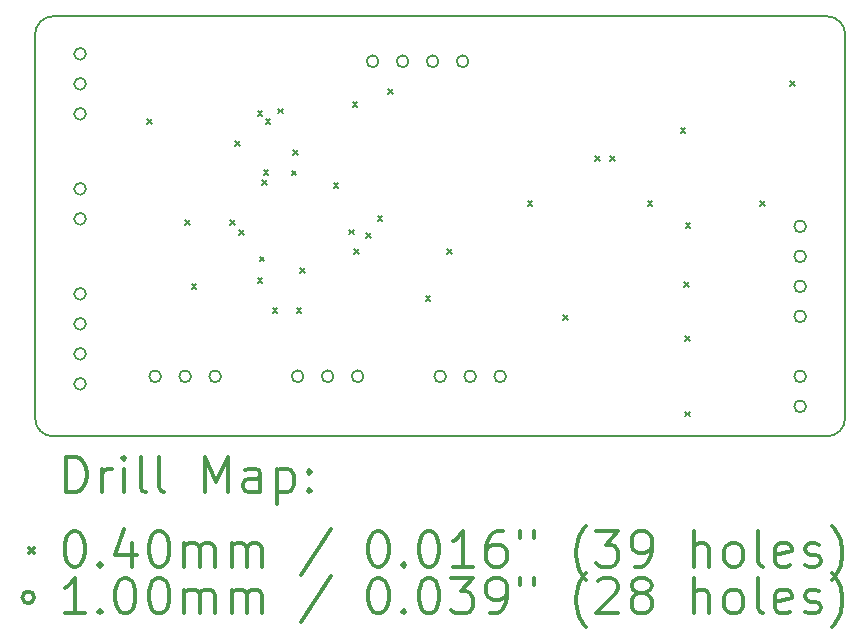
<source format=gbr>
%FSLAX45Y45*%
G04 Gerber Fmt 4.5, Leading zero omitted, Abs format (unit mm)*
G04 Created by KiCad (PCBNEW 4.0.7-e2-6376~58~ubuntu17.04.1) date Mon Oct  2 14:29:24 2017*
%MOMM*%
%LPD*%
G01*
G04 APERTURE LIST*
%ADD10C,0.127000*%
%ADD11C,0.150000*%
%ADD12C,0.200000*%
%ADD13C,0.300000*%
G04 APERTURE END LIST*
D10*
D11*
X6858000Y152400D02*
X6858000Y3403600D01*
X152400Y0D02*
X6705600Y0D01*
X0Y3403600D02*
X0Y152400D01*
X152400Y3556000D02*
X6705600Y3556000D01*
X152400Y3556000D02*
G75*
G03X0Y3403600I0J-152400D01*
G01*
X0Y152400D02*
G75*
G03X152400Y0I152400J0D01*
G01*
X6705600Y0D02*
G75*
G03X6858000Y152400I0J152400D01*
G01*
X6858000Y3403600D02*
G75*
G03X6705600Y3556000I-152400J0D01*
G01*
D12*
X947740Y2687000D02*
X987740Y2647000D01*
X987740Y2687000D02*
X947740Y2647000D01*
X1272860Y1831020D02*
X1312860Y1791020D01*
X1312860Y1831020D02*
X1272860Y1791020D01*
X1326200Y1290000D02*
X1366200Y1250000D01*
X1366200Y1290000D02*
X1326200Y1250000D01*
X1651320Y1828480D02*
X1691320Y1788480D01*
X1691320Y1828480D02*
X1651320Y1788480D01*
X1694500Y2496500D02*
X1734500Y2456500D01*
X1734500Y2496500D02*
X1694500Y2456500D01*
X1727520Y1747200D02*
X1767520Y1707200D01*
X1767520Y1747200D02*
X1727520Y1707200D01*
X1885000Y2750500D02*
X1925000Y2710500D01*
X1925000Y2750500D02*
X1885000Y2710500D01*
X1885000Y1340800D02*
X1925000Y1300800D01*
X1925000Y1340800D02*
X1885000Y1300800D01*
X1900240Y1521140D02*
X1940240Y1481140D01*
X1940240Y1521140D02*
X1900240Y1481140D01*
X1920560Y2171380D02*
X1960560Y2131380D01*
X1960560Y2171380D02*
X1920560Y2131380D01*
X1935800Y2255200D02*
X1975800Y2215200D01*
X1975800Y2255200D02*
X1935800Y2215200D01*
X1951040Y2684460D02*
X1991040Y2644460D01*
X1991040Y2684460D02*
X1951040Y2644460D01*
X2012000Y1086800D02*
X2052000Y1046800D01*
X2052000Y1086800D02*
X2012000Y1046800D01*
X2060260Y2773360D02*
X2100260Y2733360D01*
X2100260Y2773360D02*
X2060260Y2733360D01*
X2172020Y2250120D02*
X2212020Y2210120D01*
X2212020Y2250120D02*
X2172020Y2210120D01*
X2182180Y2420300D02*
X2222180Y2380300D01*
X2222180Y2420300D02*
X2182180Y2380300D01*
X2215200Y1086800D02*
X2255200Y1046800D01*
X2255200Y1086800D02*
X2215200Y1046800D01*
X2243140Y1424620D02*
X2283140Y1384620D01*
X2283140Y1424620D02*
X2243140Y1384620D01*
X2527620Y2140900D02*
X2567620Y2100900D01*
X2567620Y2140900D02*
X2527620Y2100900D01*
X2659700Y1749740D02*
X2699700Y1709740D01*
X2699700Y1749740D02*
X2659700Y1709740D01*
X2687640Y2826700D02*
X2727640Y2786700D01*
X2727640Y2826700D02*
X2687640Y2786700D01*
X2702880Y1582100D02*
X2742880Y1542100D01*
X2742880Y1582100D02*
X2702880Y1542100D01*
X2804480Y1719260D02*
X2844480Y1679260D01*
X2844480Y1719260D02*
X2804480Y1679260D01*
X2901000Y1861500D02*
X2941000Y1821500D01*
X2941000Y1861500D02*
X2901000Y1821500D01*
X2989900Y2941000D02*
X3029900Y2901000D01*
X3029900Y2941000D02*
X2989900Y2901000D01*
X3307400Y1188400D02*
X3347400Y1148400D01*
X3347400Y1188400D02*
X3307400Y1148400D01*
X3487740Y1582100D02*
X3527740Y1542100D01*
X3527740Y1582100D02*
X3487740Y1542100D01*
X4171000Y1988500D02*
X4211000Y1948500D01*
X4211000Y1988500D02*
X4171000Y1948500D01*
X4473260Y1025840D02*
X4513260Y985840D01*
X4513260Y1025840D02*
X4473260Y985840D01*
X4742500Y2369500D02*
X4782500Y2329500D01*
X4782500Y2369500D02*
X4742500Y2329500D01*
X4869500Y2369500D02*
X4909500Y2329500D01*
X4909500Y2369500D02*
X4869500Y2329500D01*
X5187000Y1988500D02*
X5227000Y1948500D01*
X5227000Y1988500D02*
X5187000Y1948500D01*
X5466400Y2610800D02*
X5506400Y2570800D01*
X5506400Y2610800D02*
X5466400Y2570800D01*
X5496880Y1307780D02*
X5536880Y1267780D01*
X5536880Y1307780D02*
X5496880Y1267780D01*
X5501960Y207960D02*
X5541960Y167960D01*
X5541960Y207960D02*
X5501960Y167960D01*
X5504500Y848040D02*
X5544500Y808040D01*
X5544500Y848040D02*
X5504500Y808040D01*
X5507040Y1805620D02*
X5547040Y1765620D01*
X5547040Y1805620D02*
X5507040Y1765620D01*
X6139500Y1988500D02*
X6179500Y1948500D01*
X6179500Y1988500D02*
X6139500Y1948500D01*
X6393500Y3004500D02*
X6433500Y2964500D01*
X6433500Y3004500D02*
X6393500Y2964500D01*
X431000Y3238500D02*
G75*
G03X431000Y3238500I-50000J0D01*
G01*
X431000Y2984500D02*
G75*
G03X431000Y2984500I-50000J0D01*
G01*
X431000Y2730500D02*
G75*
G03X431000Y2730500I-50000J0D01*
G01*
X431000Y2095500D02*
G75*
G03X431000Y2095500I-50000J0D01*
G01*
X431000Y1841500D02*
G75*
G03X431000Y1841500I-50000J0D01*
G01*
X431000Y1206500D02*
G75*
G03X431000Y1206500I-50000J0D01*
G01*
X431000Y952500D02*
G75*
G03X431000Y952500I-50000J0D01*
G01*
X431000Y698500D02*
G75*
G03X431000Y698500I-50000J0D01*
G01*
X431000Y444500D02*
G75*
G03X431000Y444500I-50000J0D01*
G01*
X1066000Y508000D02*
G75*
G03X1066000Y508000I-50000J0D01*
G01*
X1320000Y508000D02*
G75*
G03X1320000Y508000I-50000J0D01*
G01*
X1574000Y508000D02*
G75*
G03X1574000Y508000I-50000J0D01*
G01*
X2272500Y508000D02*
G75*
G03X2272500Y508000I-50000J0D01*
G01*
X2526500Y508000D02*
G75*
G03X2526500Y508000I-50000J0D01*
G01*
X2780500Y508000D02*
G75*
G03X2780500Y508000I-50000J0D01*
G01*
X2907500Y3175000D02*
G75*
G03X2907500Y3175000I-50000J0D01*
G01*
X3161500Y3175000D02*
G75*
G03X3161500Y3175000I-50000J0D01*
G01*
X3415500Y3175000D02*
G75*
G03X3415500Y3175000I-50000J0D01*
G01*
X3479000Y508000D02*
G75*
G03X3479000Y508000I-50000J0D01*
G01*
X3669500Y3175000D02*
G75*
G03X3669500Y3175000I-50000J0D01*
G01*
X3733000Y508000D02*
G75*
G03X3733000Y508000I-50000J0D01*
G01*
X3987000Y508000D02*
G75*
G03X3987000Y508000I-50000J0D01*
G01*
X6527000Y1778000D02*
G75*
G03X6527000Y1778000I-50000J0D01*
G01*
X6527000Y1524000D02*
G75*
G03X6527000Y1524000I-50000J0D01*
G01*
X6527000Y1270000D02*
G75*
G03X6527000Y1270000I-50000J0D01*
G01*
X6527000Y1016000D02*
G75*
G03X6527000Y1016000I-50000J0D01*
G01*
X6527000Y508000D02*
G75*
G03X6527000Y508000I-50000J0D01*
G01*
X6527000Y254000D02*
G75*
G03X6527000Y254000I-50000J0D01*
G01*
D13*
X263929Y-473214D02*
X263929Y-173214D01*
X335357Y-173214D01*
X378214Y-187500D01*
X406786Y-216071D01*
X421071Y-244643D01*
X435357Y-301786D01*
X435357Y-344643D01*
X421071Y-401786D01*
X406786Y-430357D01*
X378214Y-458929D01*
X335357Y-473214D01*
X263929Y-473214D01*
X563929Y-473214D02*
X563929Y-273214D01*
X563929Y-330357D02*
X578214Y-301786D01*
X592500Y-287500D01*
X621071Y-273214D01*
X649643Y-273214D01*
X749643Y-473214D02*
X749643Y-273214D01*
X749643Y-173214D02*
X735357Y-187500D01*
X749643Y-201786D01*
X763928Y-187500D01*
X749643Y-173214D01*
X749643Y-201786D01*
X935357Y-473214D02*
X906786Y-458929D01*
X892500Y-430357D01*
X892500Y-173214D01*
X1092500Y-473214D02*
X1063929Y-458929D01*
X1049643Y-430357D01*
X1049643Y-173214D01*
X1435357Y-473214D02*
X1435357Y-173214D01*
X1535357Y-387500D01*
X1635357Y-173214D01*
X1635357Y-473214D01*
X1906786Y-473214D02*
X1906786Y-316072D01*
X1892500Y-287500D01*
X1863928Y-273214D01*
X1806786Y-273214D01*
X1778214Y-287500D01*
X1906786Y-458929D02*
X1878214Y-473214D01*
X1806786Y-473214D01*
X1778214Y-458929D01*
X1763928Y-430357D01*
X1763928Y-401786D01*
X1778214Y-373214D01*
X1806786Y-358929D01*
X1878214Y-358929D01*
X1906786Y-344643D01*
X2049643Y-273214D02*
X2049643Y-573214D01*
X2049643Y-287500D02*
X2078214Y-273214D01*
X2135357Y-273214D01*
X2163929Y-287500D01*
X2178214Y-301786D01*
X2192500Y-330357D01*
X2192500Y-416071D01*
X2178214Y-444643D01*
X2163929Y-458929D01*
X2135357Y-473214D01*
X2078214Y-473214D01*
X2049643Y-458929D01*
X2321071Y-444643D02*
X2335357Y-458929D01*
X2321071Y-473214D01*
X2306786Y-458929D01*
X2321071Y-444643D01*
X2321071Y-473214D01*
X2321071Y-287500D02*
X2335357Y-301786D01*
X2321071Y-316072D01*
X2306786Y-301786D01*
X2321071Y-287500D01*
X2321071Y-316072D01*
X-47500Y-947500D02*
X-7500Y-987500D01*
X-7500Y-947500D02*
X-47500Y-987500D01*
X321071Y-803214D02*
X349643Y-803214D01*
X378214Y-817500D01*
X392500Y-831786D01*
X406786Y-860357D01*
X421071Y-917500D01*
X421071Y-988929D01*
X406786Y-1046071D01*
X392500Y-1074643D01*
X378214Y-1088929D01*
X349643Y-1103214D01*
X321071Y-1103214D01*
X292500Y-1088929D01*
X278214Y-1074643D01*
X263929Y-1046071D01*
X249643Y-988929D01*
X249643Y-917500D01*
X263929Y-860357D01*
X278214Y-831786D01*
X292500Y-817500D01*
X321071Y-803214D01*
X549643Y-1074643D02*
X563929Y-1088929D01*
X549643Y-1103214D01*
X535357Y-1088929D01*
X549643Y-1074643D01*
X549643Y-1103214D01*
X821071Y-903214D02*
X821071Y-1103214D01*
X749643Y-788929D02*
X678214Y-1003214D01*
X863928Y-1003214D01*
X1035357Y-803214D02*
X1063929Y-803214D01*
X1092500Y-817500D01*
X1106786Y-831786D01*
X1121071Y-860357D01*
X1135357Y-917500D01*
X1135357Y-988929D01*
X1121071Y-1046071D01*
X1106786Y-1074643D01*
X1092500Y-1088929D01*
X1063929Y-1103214D01*
X1035357Y-1103214D01*
X1006786Y-1088929D01*
X992500Y-1074643D01*
X978214Y-1046071D01*
X963928Y-988929D01*
X963928Y-917500D01*
X978214Y-860357D01*
X992500Y-831786D01*
X1006786Y-817500D01*
X1035357Y-803214D01*
X1263929Y-1103214D02*
X1263929Y-903214D01*
X1263929Y-931786D02*
X1278214Y-917500D01*
X1306786Y-903214D01*
X1349643Y-903214D01*
X1378214Y-917500D01*
X1392500Y-946071D01*
X1392500Y-1103214D01*
X1392500Y-946071D02*
X1406786Y-917500D01*
X1435357Y-903214D01*
X1478214Y-903214D01*
X1506786Y-917500D01*
X1521071Y-946071D01*
X1521071Y-1103214D01*
X1663928Y-1103214D02*
X1663928Y-903214D01*
X1663928Y-931786D02*
X1678214Y-917500D01*
X1706786Y-903214D01*
X1749643Y-903214D01*
X1778214Y-917500D01*
X1792500Y-946071D01*
X1792500Y-1103214D01*
X1792500Y-946071D02*
X1806786Y-917500D01*
X1835357Y-903214D01*
X1878214Y-903214D01*
X1906786Y-917500D01*
X1921071Y-946071D01*
X1921071Y-1103214D01*
X2506786Y-788929D02*
X2249643Y-1174643D01*
X2892500Y-803214D02*
X2921071Y-803214D01*
X2949643Y-817500D01*
X2963928Y-831786D01*
X2978214Y-860357D01*
X2992500Y-917500D01*
X2992500Y-988929D01*
X2978214Y-1046071D01*
X2963928Y-1074643D01*
X2949643Y-1088929D01*
X2921071Y-1103214D01*
X2892500Y-1103214D01*
X2863928Y-1088929D01*
X2849643Y-1074643D01*
X2835357Y-1046071D01*
X2821071Y-988929D01*
X2821071Y-917500D01*
X2835357Y-860357D01*
X2849643Y-831786D01*
X2863928Y-817500D01*
X2892500Y-803214D01*
X3121071Y-1074643D02*
X3135357Y-1088929D01*
X3121071Y-1103214D01*
X3106786Y-1088929D01*
X3121071Y-1074643D01*
X3121071Y-1103214D01*
X3321071Y-803214D02*
X3349643Y-803214D01*
X3378214Y-817500D01*
X3392500Y-831786D01*
X3406785Y-860357D01*
X3421071Y-917500D01*
X3421071Y-988929D01*
X3406785Y-1046071D01*
X3392500Y-1074643D01*
X3378214Y-1088929D01*
X3349643Y-1103214D01*
X3321071Y-1103214D01*
X3292500Y-1088929D01*
X3278214Y-1074643D01*
X3263928Y-1046071D01*
X3249643Y-988929D01*
X3249643Y-917500D01*
X3263928Y-860357D01*
X3278214Y-831786D01*
X3292500Y-817500D01*
X3321071Y-803214D01*
X3706785Y-1103214D02*
X3535357Y-1103214D01*
X3621071Y-1103214D02*
X3621071Y-803214D01*
X3592500Y-846071D01*
X3563928Y-874643D01*
X3535357Y-888929D01*
X3963928Y-803214D02*
X3906785Y-803214D01*
X3878214Y-817500D01*
X3863928Y-831786D01*
X3835357Y-874643D01*
X3821071Y-931786D01*
X3821071Y-1046071D01*
X3835357Y-1074643D01*
X3849643Y-1088929D01*
X3878214Y-1103214D01*
X3935357Y-1103214D01*
X3963928Y-1088929D01*
X3978214Y-1074643D01*
X3992500Y-1046071D01*
X3992500Y-974643D01*
X3978214Y-946071D01*
X3963928Y-931786D01*
X3935357Y-917500D01*
X3878214Y-917500D01*
X3849643Y-931786D01*
X3835357Y-946071D01*
X3821071Y-974643D01*
X4106786Y-803214D02*
X4106786Y-860357D01*
X4221071Y-803214D02*
X4221071Y-860357D01*
X4663928Y-1217500D02*
X4649643Y-1203214D01*
X4621071Y-1160357D01*
X4606786Y-1131786D01*
X4592500Y-1088929D01*
X4578214Y-1017500D01*
X4578214Y-960357D01*
X4592500Y-888929D01*
X4606786Y-846071D01*
X4621071Y-817500D01*
X4649643Y-774643D01*
X4663928Y-760357D01*
X4749643Y-803214D02*
X4935357Y-803214D01*
X4835357Y-917500D01*
X4878214Y-917500D01*
X4906786Y-931786D01*
X4921071Y-946071D01*
X4935357Y-974643D01*
X4935357Y-1046071D01*
X4921071Y-1074643D01*
X4906786Y-1088929D01*
X4878214Y-1103214D01*
X4792500Y-1103214D01*
X4763928Y-1088929D01*
X4749643Y-1074643D01*
X5078214Y-1103214D02*
X5135357Y-1103214D01*
X5163928Y-1088929D01*
X5178214Y-1074643D01*
X5206786Y-1031786D01*
X5221071Y-974643D01*
X5221071Y-860357D01*
X5206786Y-831786D01*
X5192500Y-817500D01*
X5163928Y-803214D01*
X5106786Y-803214D01*
X5078214Y-817500D01*
X5063928Y-831786D01*
X5049643Y-860357D01*
X5049643Y-931786D01*
X5063928Y-960357D01*
X5078214Y-974643D01*
X5106786Y-988929D01*
X5163928Y-988929D01*
X5192500Y-974643D01*
X5206786Y-960357D01*
X5221071Y-931786D01*
X5578214Y-1103214D02*
X5578214Y-803214D01*
X5706785Y-1103214D02*
X5706785Y-946071D01*
X5692500Y-917500D01*
X5663928Y-903214D01*
X5621071Y-903214D01*
X5592500Y-917500D01*
X5578214Y-931786D01*
X5892500Y-1103214D02*
X5863928Y-1088929D01*
X5849643Y-1074643D01*
X5835357Y-1046071D01*
X5835357Y-960357D01*
X5849643Y-931786D01*
X5863928Y-917500D01*
X5892500Y-903214D01*
X5935357Y-903214D01*
X5963928Y-917500D01*
X5978214Y-931786D01*
X5992500Y-960357D01*
X5992500Y-1046071D01*
X5978214Y-1074643D01*
X5963928Y-1088929D01*
X5935357Y-1103214D01*
X5892500Y-1103214D01*
X6163928Y-1103214D02*
X6135357Y-1088929D01*
X6121071Y-1060357D01*
X6121071Y-803214D01*
X6392500Y-1088929D02*
X6363928Y-1103214D01*
X6306786Y-1103214D01*
X6278214Y-1088929D01*
X6263928Y-1060357D01*
X6263928Y-946071D01*
X6278214Y-917500D01*
X6306786Y-903214D01*
X6363928Y-903214D01*
X6392500Y-917500D01*
X6406786Y-946071D01*
X6406786Y-974643D01*
X6263928Y-1003214D01*
X6521071Y-1088929D02*
X6549643Y-1103214D01*
X6606786Y-1103214D01*
X6635357Y-1088929D01*
X6649643Y-1060357D01*
X6649643Y-1046071D01*
X6635357Y-1017500D01*
X6606786Y-1003214D01*
X6563928Y-1003214D01*
X6535357Y-988929D01*
X6521071Y-960357D01*
X6521071Y-946071D01*
X6535357Y-917500D01*
X6563928Y-903214D01*
X6606786Y-903214D01*
X6635357Y-917500D01*
X6749643Y-1217500D02*
X6763928Y-1203214D01*
X6792500Y-1160357D01*
X6806786Y-1131786D01*
X6821071Y-1088929D01*
X6835357Y-1017500D01*
X6835357Y-960357D01*
X6821071Y-888929D01*
X6806786Y-846071D01*
X6792500Y-817500D01*
X6763928Y-774643D01*
X6749643Y-760357D01*
X-7500Y-1363500D02*
G75*
G03X-7500Y-1363500I-50000J0D01*
G01*
X421071Y-1499214D02*
X249643Y-1499214D01*
X335357Y-1499214D02*
X335357Y-1199214D01*
X306786Y-1242072D01*
X278214Y-1270643D01*
X249643Y-1284929D01*
X549643Y-1470643D02*
X563929Y-1484929D01*
X549643Y-1499214D01*
X535357Y-1484929D01*
X549643Y-1470643D01*
X549643Y-1499214D01*
X749643Y-1199214D02*
X778214Y-1199214D01*
X806786Y-1213500D01*
X821071Y-1227786D01*
X835357Y-1256357D01*
X849643Y-1313500D01*
X849643Y-1384929D01*
X835357Y-1442071D01*
X821071Y-1470643D01*
X806786Y-1484929D01*
X778214Y-1499214D01*
X749643Y-1499214D01*
X721071Y-1484929D01*
X706786Y-1470643D01*
X692500Y-1442071D01*
X678214Y-1384929D01*
X678214Y-1313500D01*
X692500Y-1256357D01*
X706786Y-1227786D01*
X721071Y-1213500D01*
X749643Y-1199214D01*
X1035357Y-1199214D02*
X1063929Y-1199214D01*
X1092500Y-1213500D01*
X1106786Y-1227786D01*
X1121071Y-1256357D01*
X1135357Y-1313500D01*
X1135357Y-1384929D01*
X1121071Y-1442071D01*
X1106786Y-1470643D01*
X1092500Y-1484929D01*
X1063929Y-1499214D01*
X1035357Y-1499214D01*
X1006786Y-1484929D01*
X992500Y-1470643D01*
X978214Y-1442071D01*
X963928Y-1384929D01*
X963928Y-1313500D01*
X978214Y-1256357D01*
X992500Y-1227786D01*
X1006786Y-1213500D01*
X1035357Y-1199214D01*
X1263929Y-1499214D02*
X1263929Y-1299214D01*
X1263929Y-1327786D02*
X1278214Y-1313500D01*
X1306786Y-1299214D01*
X1349643Y-1299214D01*
X1378214Y-1313500D01*
X1392500Y-1342072D01*
X1392500Y-1499214D01*
X1392500Y-1342072D02*
X1406786Y-1313500D01*
X1435357Y-1299214D01*
X1478214Y-1299214D01*
X1506786Y-1313500D01*
X1521071Y-1342072D01*
X1521071Y-1499214D01*
X1663928Y-1499214D02*
X1663928Y-1299214D01*
X1663928Y-1327786D02*
X1678214Y-1313500D01*
X1706786Y-1299214D01*
X1749643Y-1299214D01*
X1778214Y-1313500D01*
X1792500Y-1342072D01*
X1792500Y-1499214D01*
X1792500Y-1342072D02*
X1806786Y-1313500D01*
X1835357Y-1299214D01*
X1878214Y-1299214D01*
X1906786Y-1313500D01*
X1921071Y-1342072D01*
X1921071Y-1499214D01*
X2506786Y-1184929D02*
X2249643Y-1570643D01*
X2892500Y-1199214D02*
X2921071Y-1199214D01*
X2949643Y-1213500D01*
X2963928Y-1227786D01*
X2978214Y-1256357D01*
X2992500Y-1313500D01*
X2992500Y-1384929D01*
X2978214Y-1442071D01*
X2963928Y-1470643D01*
X2949643Y-1484929D01*
X2921071Y-1499214D01*
X2892500Y-1499214D01*
X2863928Y-1484929D01*
X2849643Y-1470643D01*
X2835357Y-1442071D01*
X2821071Y-1384929D01*
X2821071Y-1313500D01*
X2835357Y-1256357D01*
X2849643Y-1227786D01*
X2863928Y-1213500D01*
X2892500Y-1199214D01*
X3121071Y-1470643D02*
X3135357Y-1484929D01*
X3121071Y-1499214D01*
X3106786Y-1484929D01*
X3121071Y-1470643D01*
X3121071Y-1499214D01*
X3321071Y-1199214D02*
X3349643Y-1199214D01*
X3378214Y-1213500D01*
X3392500Y-1227786D01*
X3406785Y-1256357D01*
X3421071Y-1313500D01*
X3421071Y-1384929D01*
X3406785Y-1442071D01*
X3392500Y-1470643D01*
X3378214Y-1484929D01*
X3349643Y-1499214D01*
X3321071Y-1499214D01*
X3292500Y-1484929D01*
X3278214Y-1470643D01*
X3263928Y-1442071D01*
X3249643Y-1384929D01*
X3249643Y-1313500D01*
X3263928Y-1256357D01*
X3278214Y-1227786D01*
X3292500Y-1213500D01*
X3321071Y-1199214D01*
X3521071Y-1199214D02*
X3706785Y-1199214D01*
X3606785Y-1313500D01*
X3649643Y-1313500D01*
X3678214Y-1327786D01*
X3692500Y-1342072D01*
X3706785Y-1370643D01*
X3706785Y-1442071D01*
X3692500Y-1470643D01*
X3678214Y-1484929D01*
X3649643Y-1499214D01*
X3563928Y-1499214D01*
X3535357Y-1484929D01*
X3521071Y-1470643D01*
X3849643Y-1499214D02*
X3906785Y-1499214D01*
X3935357Y-1484929D01*
X3949643Y-1470643D01*
X3978214Y-1427786D01*
X3992500Y-1370643D01*
X3992500Y-1256357D01*
X3978214Y-1227786D01*
X3963928Y-1213500D01*
X3935357Y-1199214D01*
X3878214Y-1199214D01*
X3849643Y-1213500D01*
X3835357Y-1227786D01*
X3821071Y-1256357D01*
X3821071Y-1327786D01*
X3835357Y-1356357D01*
X3849643Y-1370643D01*
X3878214Y-1384929D01*
X3935357Y-1384929D01*
X3963928Y-1370643D01*
X3978214Y-1356357D01*
X3992500Y-1327786D01*
X4106786Y-1199214D02*
X4106786Y-1256357D01*
X4221071Y-1199214D02*
X4221071Y-1256357D01*
X4663928Y-1613500D02*
X4649643Y-1599214D01*
X4621071Y-1556357D01*
X4606786Y-1527786D01*
X4592500Y-1484929D01*
X4578214Y-1413500D01*
X4578214Y-1356357D01*
X4592500Y-1284929D01*
X4606786Y-1242072D01*
X4621071Y-1213500D01*
X4649643Y-1170643D01*
X4663928Y-1156357D01*
X4763928Y-1227786D02*
X4778214Y-1213500D01*
X4806786Y-1199214D01*
X4878214Y-1199214D01*
X4906786Y-1213500D01*
X4921071Y-1227786D01*
X4935357Y-1256357D01*
X4935357Y-1284929D01*
X4921071Y-1327786D01*
X4749643Y-1499214D01*
X4935357Y-1499214D01*
X5106786Y-1327786D02*
X5078214Y-1313500D01*
X5063928Y-1299214D01*
X5049643Y-1270643D01*
X5049643Y-1256357D01*
X5063928Y-1227786D01*
X5078214Y-1213500D01*
X5106786Y-1199214D01*
X5163928Y-1199214D01*
X5192500Y-1213500D01*
X5206786Y-1227786D01*
X5221071Y-1256357D01*
X5221071Y-1270643D01*
X5206786Y-1299214D01*
X5192500Y-1313500D01*
X5163928Y-1327786D01*
X5106786Y-1327786D01*
X5078214Y-1342072D01*
X5063928Y-1356357D01*
X5049643Y-1384929D01*
X5049643Y-1442071D01*
X5063928Y-1470643D01*
X5078214Y-1484929D01*
X5106786Y-1499214D01*
X5163928Y-1499214D01*
X5192500Y-1484929D01*
X5206786Y-1470643D01*
X5221071Y-1442071D01*
X5221071Y-1384929D01*
X5206786Y-1356357D01*
X5192500Y-1342072D01*
X5163928Y-1327786D01*
X5578214Y-1499214D02*
X5578214Y-1199214D01*
X5706785Y-1499214D02*
X5706785Y-1342072D01*
X5692500Y-1313500D01*
X5663928Y-1299214D01*
X5621071Y-1299214D01*
X5592500Y-1313500D01*
X5578214Y-1327786D01*
X5892500Y-1499214D02*
X5863928Y-1484929D01*
X5849643Y-1470643D01*
X5835357Y-1442071D01*
X5835357Y-1356357D01*
X5849643Y-1327786D01*
X5863928Y-1313500D01*
X5892500Y-1299214D01*
X5935357Y-1299214D01*
X5963928Y-1313500D01*
X5978214Y-1327786D01*
X5992500Y-1356357D01*
X5992500Y-1442071D01*
X5978214Y-1470643D01*
X5963928Y-1484929D01*
X5935357Y-1499214D01*
X5892500Y-1499214D01*
X6163928Y-1499214D02*
X6135357Y-1484929D01*
X6121071Y-1456357D01*
X6121071Y-1199214D01*
X6392500Y-1484929D02*
X6363928Y-1499214D01*
X6306786Y-1499214D01*
X6278214Y-1484929D01*
X6263928Y-1456357D01*
X6263928Y-1342072D01*
X6278214Y-1313500D01*
X6306786Y-1299214D01*
X6363928Y-1299214D01*
X6392500Y-1313500D01*
X6406786Y-1342072D01*
X6406786Y-1370643D01*
X6263928Y-1399214D01*
X6521071Y-1484929D02*
X6549643Y-1499214D01*
X6606786Y-1499214D01*
X6635357Y-1484929D01*
X6649643Y-1456357D01*
X6649643Y-1442071D01*
X6635357Y-1413500D01*
X6606786Y-1399214D01*
X6563928Y-1399214D01*
X6535357Y-1384929D01*
X6521071Y-1356357D01*
X6521071Y-1342072D01*
X6535357Y-1313500D01*
X6563928Y-1299214D01*
X6606786Y-1299214D01*
X6635357Y-1313500D01*
X6749643Y-1613500D02*
X6763928Y-1599214D01*
X6792500Y-1556357D01*
X6806786Y-1527786D01*
X6821071Y-1484929D01*
X6835357Y-1413500D01*
X6835357Y-1356357D01*
X6821071Y-1284929D01*
X6806786Y-1242072D01*
X6792500Y-1213500D01*
X6763928Y-1170643D01*
X6749643Y-1156357D01*
M02*

</source>
